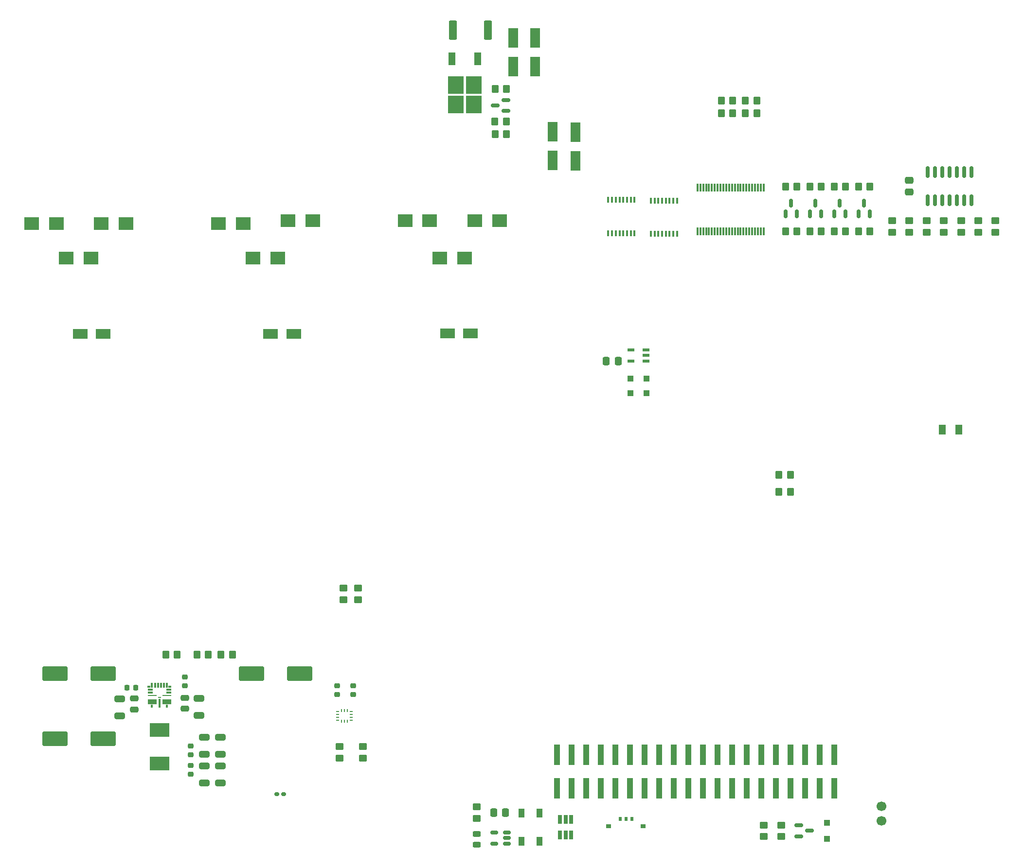
<source format=gbr>
%TF.GenerationSoftware,KiCad,Pcbnew,7.0.11+1*%
%TF.CreationDate,2024-04-25T18:59:41+00:00*%
%TF.ProjectId,OpenMowerMainboard,4f70656e-4d6f-4776-9572-4d61696e626f,rev?*%
%TF.SameCoordinates,Original*%
%TF.FileFunction,Paste,Top*%
%TF.FilePolarity,Positive*%
%FSLAX46Y46*%
G04 Gerber Fmt 4.6, Leading zero omitted, Abs format (unit mm)*
G04 Created by KiCad (PCBNEW 7.0.11+1) date 2024-04-25 18:59:41*
%MOMM*%
%LPD*%
G01*
G04 APERTURE LIST*
G04 Aperture macros list*
%AMRoundRect*
0 Rectangle with rounded corners*
0 $1 Rounding radius*
0 $2 $3 $4 $5 $6 $7 $8 $9 X,Y pos of 4 corners*
0 Add a 4 corners polygon primitive as box body*
4,1,4,$2,$3,$4,$5,$6,$7,$8,$9,$2,$3,0*
0 Add four circle primitives for the rounded corners*
1,1,$1+$1,$2,$3*
1,1,$1+$1,$4,$5*
1,1,$1+$1,$6,$7*
1,1,$1+$1,$8,$9*
0 Add four rect primitives between the rounded corners*
20,1,$1+$1,$2,$3,$4,$5,0*
20,1,$1+$1,$4,$5,$6,$7,0*
20,1,$1+$1,$6,$7,$8,$9,0*
20,1,$1+$1,$8,$9,$2,$3,0*%
G04 Aperture macros list end*
%ADD10R,1.800000X3.500000*%
%ADD11R,0.400000X1.000000*%
%ADD12RoundRect,0.250000X-0.450000X0.350000X-0.450000X-0.350000X0.450000X-0.350000X0.450000X0.350000X0*%
%ADD13RoundRect,0.225000X-0.250000X0.225000X-0.250000X-0.225000X0.250000X-0.225000X0.250000X0.225000X0*%
%ADD14RoundRect,0.150000X-0.587500X-0.150000X0.587500X-0.150000X0.587500X0.150000X-0.587500X0.150000X0*%
%ADD15RoundRect,0.250000X0.350000X0.450000X-0.350000X0.450000X-0.350000X-0.450000X0.350000X-0.450000X0*%
%ADD16RoundRect,0.250000X-0.350000X-0.450000X0.350000X-0.450000X0.350000X0.450000X-0.350000X0.450000X0*%
%ADD17R,0.475000X0.250000*%
%ADD18R,0.250000X0.475000*%
%ADD19RoundRect,0.250000X-0.337500X-0.475000X0.337500X-0.475000X0.337500X0.475000X-0.337500X0.475000X0*%
%ADD20RoundRect,0.243750X-0.456250X0.243750X-0.456250X-0.243750X0.456250X-0.243750X0.456250X0.243750X0*%
%ADD21RoundRect,0.250000X0.450000X-0.350000X0.450000X0.350000X-0.450000X0.350000X-0.450000X-0.350000X0*%
%ADD22RoundRect,0.150000X0.512500X0.150000X-0.512500X0.150000X-0.512500X-0.150000X0.512500X-0.150000X0*%
%ADD23RoundRect,0.250000X1.950000X1.000000X-1.950000X1.000000X-1.950000X-1.000000X1.950000X-1.000000X0*%
%ADD24RoundRect,0.225000X0.250000X-0.225000X0.250000X0.225000X-0.250000X0.225000X-0.250000X-0.225000X0*%
%ADD25R,1.100000X1.100000*%
%ADD26RoundRect,0.250000X0.650000X-0.325000X0.650000X0.325000X-0.650000X0.325000X-0.650000X-0.325000X0*%
%ADD27R,2.500000X2.300000*%
%ADD28R,3.429000X2.413000*%
%ADD29R,2.500000X1.800000*%
%ADD30RoundRect,0.250000X-0.475000X0.337500X-0.475000X-0.337500X0.475000X-0.337500X0.475000X0.337500X0*%
%ADD31RoundRect,0.150000X0.150000X-0.587500X0.150000X0.587500X-0.150000X0.587500X-0.150000X-0.587500X0*%
%ADD32R,1.020000X3.600000*%
%ADD33RoundRect,0.250000X-0.650000X0.325000X-0.650000X-0.325000X0.650000X-0.325000X0.650000X0.325000X0*%
%ADD34R,0.650000X1.560000*%
%ADD35R,1.190000X1.730000*%
%ADD36RoundRect,0.250000X-1.950000X-1.000000X1.950000X-1.000000X1.950000X1.000000X-1.950000X1.000000X0*%
%ADD37R,0.300000X1.425000*%
%ADD38R,1.150000X0.600000*%
%ADD39RoundRect,0.225000X0.225000X0.250000X-0.225000X0.250000X-0.225000X-0.250000X0.225000X-0.250000X0*%
%ADD40R,0.600000X0.700000*%
%ADD41R,0.900000X0.700000*%
%ADD42RoundRect,0.250000X-0.475000X0.250000X-0.475000X-0.250000X0.475000X-0.250000X0.475000X0.250000X0*%
%ADD43R,2.750000X3.050000*%
%ADD44R,1.200000X2.200000*%
%ADD45R,1.000000X1.500000*%
%ADD46RoundRect,0.160000X0.222500X0.160000X-0.222500X0.160000X-0.222500X-0.160000X0.222500X-0.160000X0*%
%ADD47C,1.700000*%
%ADD48RoundRect,0.250000X0.337500X0.475000X-0.337500X0.475000X-0.337500X-0.475000X0.337500X-0.475000X0*%
%ADD49R,0.875000X0.300000*%
%ADD50R,1.525000X0.250000*%
%ADD51R,1.525000X0.950000*%
%ADD52R,0.450000X0.600000*%
%ADD53R,0.300000X1.650000*%
%ADD54R,0.450000X0.875000*%
%ADD55R,0.300000X0.875000*%
%ADD56R,0.500000X0.350000*%
%ADD57R,0.600000X0.250000*%
%ADD58RoundRect,0.249999X0.450001X1.425001X-0.450001X1.425001X-0.450001X-1.425001X0.450001X-1.425001X0*%
%ADD59RoundRect,0.150000X0.150000X-0.825000X0.150000X0.825000X-0.150000X0.825000X-0.150000X-0.825000X0*%
%ADD60RoundRect,0.150000X0.587500X0.150000X-0.587500X0.150000X-0.587500X-0.150000X0.587500X-0.150000X0*%
G04 APERTURE END LIST*
D10*
%TO.C,D15*%
X123250000Y-67300000D03*
X123250000Y-62300000D03*
%TD*%
D11*
%TO.C,U9*%
X128925000Y-79900000D03*
X129575000Y-79900000D03*
X130225000Y-79900000D03*
X130875000Y-79900000D03*
X131525000Y-79900000D03*
X132175000Y-79900000D03*
X132825000Y-79900000D03*
X133475000Y-79900000D03*
X133475000Y-74100000D03*
X132825000Y-74100000D03*
X132175000Y-74100000D03*
X131525000Y-74100000D03*
X130875000Y-74100000D03*
X130225000Y-74100000D03*
X129575000Y-74100000D03*
X128925000Y-74100000D03*
%TD*%
D12*
%TO.C,R5*%
X159000000Y-183000000D03*
X159000000Y-185000000D03*
%TD*%
D13*
%TO.C,C19*%
X56200000Y-172625000D03*
X56200000Y-174175000D03*
%TD*%
D14*
%TO.C,Q3*%
X162062500Y-183050000D03*
X162062500Y-184950000D03*
X163937500Y-184000000D03*
%TD*%
D15*
%TO.C,R41*%
X154800000Y-56800000D03*
X152800000Y-56800000D03*
%TD*%
D16*
%TO.C,R26*%
X109220000Y-62650000D03*
X111220000Y-62650000D03*
%TD*%
D17*
%TO.C,AC1201*%
X84162500Y-164750000D03*
X84162500Y-164250000D03*
X84162500Y-163750000D03*
X84162500Y-163250000D03*
D18*
X83500000Y-163087500D03*
X83000000Y-163087500D03*
X82500000Y-163087500D03*
D17*
X81837500Y-163250000D03*
X81837500Y-163750000D03*
X81837500Y-164250000D03*
X81837500Y-164750000D03*
D18*
X82500000Y-164912500D03*
X83000000Y-164912500D03*
X83500000Y-164912500D03*
%TD*%
D19*
%TO.C,C25*%
X108962500Y-180800000D03*
X111037500Y-180800000D03*
%TD*%
D20*
%TO.C,D23*%
X106000000Y-184522500D03*
X106000000Y-186397500D03*
%TD*%
D21*
%TO.C,R14*%
X86223200Y-171352000D03*
X86223200Y-169352000D03*
%TD*%
D22*
%TO.C,U7*%
X111307500Y-186220000D03*
X111307500Y-185270000D03*
X111307500Y-184320000D03*
X109032500Y-184320000D03*
X109032500Y-186220000D03*
%TD*%
D23*
%TO.C,C10*%
X41000000Y-168000000D03*
X32600000Y-168000000D03*
%TD*%
D15*
%TO.C,R40*%
X150600000Y-56800000D03*
X148600000Y-56800000D03*
%TD*%
D24*
%TO.C,C24*%
X81750000Y-160275000D03*
X81750000Y-158725000D03*
%TD*%
D21*
%TO.C,R50*%
X196320000Y-79720000D03*
X196320000Y-77720000D03*
%TD*%
D15*
%TO.C,R43*%
X154800000Y-59000000D03*
X152800000Y-59000000D03*
%TD*%
D12*
%TO.C,R13*%
X85344000Y-141748000D03*
X85344000Y-143748000D03*
%TD*%
D25*
%TO.C,D14*%
X132800000Y-107800000D03*
X135600000Y-107800000D03*
%TD*%
D16*
%TO.C,R15*%
X168216666Y-79600000D03*
X170216666Y-79600000D03*
%TD*%
D12*
%TO.C,R48*%
X193320000Y-77720000D03*
X193320000Y-79720000D03*
%TD*%
D23*
%TO.C,C9*%
X41000000Y-156600000D03*
X32600000Y-156600000D03*
%TD*%
D24*
%TO.C,C18*%
X56200000Y-170775000D03*
X56200000Y-169225000D03*
%TD*%
D26*
%TO.C,C16*%
X58600000Y-170675000D03*
X58600000Y-167725000D03*
%TD*%
D27*
%TO.C,D7*%
X73175000Y-77750000D03*
X77475000Y-77750000D03*
%TD*%
D28*
%TO.C,L1*%
X50800000Y-166479000D03*
X50800000Y-172321000D03*
%TD*%
D29*
%TO.C,D19*%
X70150000Y-97400000D03*
X74150000Y-97400000D03*
%TD*%
D27*
%TO.C,D5*%
X28545000Y-78250000D03*
X32845000Y-78250000D03*
%TD*%
%TO.C,D9*%
X67100000Y-84250000D03*
X71400000Y-84250000D03*
%TD*%
D15*
%TO.C,R11*%
X59300000Y-153300000D03*
X57300000Y-153300000D03*
%TD*%
D21*
%TO.C,R7*%
X82854800Y-143748000D03*
X82854800Y-141748000D03*
%TD*%
D25*
%TO.C,D13*%
X135600000Y-105200000D03*
X132800000Y-105200000D03*
%TD*%
D21*
%TO.C,R44*%
X187320000Y-79720000D03*
X187320000Y-77720000D03*
%TD*%
D15*
%TO.C,R12*%
X63500000Y-153300000D03*
X61500000Y-153300000D03*
%TD*%
D11*
%TO.C,U10*%
X136325000Y-80000000D03*
X136975000Y-80000000D03*
X137625000Y-80000000D03*
X138275000Y-80000000D03*
X138925000Y-80000000D03*
X139575000Y-80000000D03*
X140225000Y-80000000D03*
X140875000Y-80000000D03*
X140875000Y-74200000D03*
X140225000Y-74200000D03*
X139575000Y-74200000D03*
X138925000Y-74200000D03*
X138275000Y-74200000D03*
X137625000Y-74200000D03*
X136975000Y-74200000D03*
X136325000Y-74200000D03*
%TD*%
D29*
%TO.C,D20*%
X100950000Y-97350000D03*
X104950000Y-97350000D03*
%TD*%
D30*
%TO.C,C5*%
X181320000Y-70682500D03*
X181320000Y-72757500D03*
%TD*%
D31*
%TO.C,Q16*%
X172499999Y-76537500D03*
X174399999Y-76537500D03*
X173449999Y-74662500D03*
%TD*%
D32*
%TO.C,J21*%
X119970000Y-170800000D03*
X119970000Y-176600000D03*
X122510000Y-170800000D03*
X122510000Y-176600000D03*
X125050000Y-170800000D03*
X125050000Y-176600000D03*
X127590000Y-170800000D03*
X127590000Y-176600000D03*
X130130000Y-170800000D03*
X130130000Y-176600000D03*
X132670000Y-170800000D03*
X132670000Y-176600000D03*
X135210000Y-170800000D03*
X135210000Y-176600000D03*
X137750000Y-170800000D03*
X137750000Y-176600000D03*
X140290000Y-170800000D03*
X140290000Y-176600000D03*
X142830000Y-170800000D03*
X142830000Y-176600000D03*
X145370000Y-170800000D03*
X145370000Y-176600000D03*
X147910000Y-170800000D03*
X147910000Y-176600000D03*
X150450000Y-170800000D03*
X150450000Y-176600000D03*
X152990000Y-170800000D03*
X152990000Y-176600000D03*
X155530000Y-170800000D03*
X155530000Y-176600000D03*
X158070000Y-170800000D03*
X158070000Y-176600000D03*
X160610000Y-170800000D03*
X160610000Y-176600000D03*
X163150000Y-170800000D03*
X163150000Y-176600000D03*
X165690000Y-170800000D03*
X165690000Y-176600000D03*
X168230000Y-170800000D03*
X168230000Y-176600000D03*
%TD*%
D12*
%TO.C,R46*%
X181320000Y-77720000D03*
X181320000Y-79720000D03*
%TD*%
D16*
%TO.C,R2*%
X158600000Y-122030000D03*
X160600000Y-122030000D03*
%TD*%
%TO.C,R9*%
X163983333Y-79600000D03*
X165983333Y-79600000D03*
%TD*%
%TO.C,R10*%
X163983333Y-71800000D03*
X165983333Y-71800000D03*
%TD*%
%TO.C,R19*%
X172449999Y-79600000D03*
X174449999Y-79600000D03*
%TD*%
D33*
%TO.C,C20*%
X61400000Y-172725000D03*
X61400000Y-175675000D03*
%TD*%
D27*
%TO.C,D10*%
X105675000Y-77750000D03*
X109975000Y-77750000D03*
%TD*%
D34*
%TO.C,U3*%
X122430000Y-182060000D03*
X121480000Y-182060000D03*
X120530000Y-182060000D03*
X120530000Y-184760000D03*
X121480000Y-184760000D03*
X122430000Y-184760000D03*
%TD*%
D12*
%TO.C,R18*%
X106000000Y-179840000D03*
X106000000Y-181840000D03*
%TD*%
D15*
%TO.C,R42*%
X150600000Y-59000000D03*
X148600000Y-59000000D03*
%TD*%
D12*
%TO.C,R49*%
X190320000Y-77720000D03*
X190320000Y-79720000D03*
%TD*%
D16*
%TO.C,R16*%
X168216666Y-71800000D03*
X170216666Y-71800000D03*
%TD*%
D33*
%TO.C,C11*%
X57700000Y-160925000D03*
X57700000Y-163875000D03*
%TD*%
D35*
%TO.C,F1*%
X187068800Y-114096800D03*
X189968800Y-114096800D03*
%TD*%
D26*
%TO.C,C22*%
X61400000Y-170675000D03*
X61400000Y-167725000D03*
%TD*%
D36*
%TO.C,C23*%
X66800000Y-156600000D03*
X75200000Y-156600000D03*
%TD*%
D24*
%TO.C,C17*%
X55200000Y-158775000D03*
X55200000Y-157225000D03*
%TD*%
D16*
%TO.C,R27*%
X109170000Y-60450000D03*
X111170000Y-60450000D03*
%TD*%
D21*
%TO.C,R4*%
X156000000Y-185000000D03*
X156000000Y-183000000D03*
%TD*%
D37*
%TO.C,IC1*%
X155950000Y-71988000D03*
X155450000Y-71988000D03*
X154950000Y-71988000D03*
X154450000Y-71988000D03*
X153950000Y-71988000D03*
X153450000Y-71988000D03*
X152950000Y-71988000D03*
X152450000Y-71988000D03*
X151950000Y-71988000D03*
X151450000Y-71988000D03*
X150950000Y-71988000D03*
X150450000Y-71988000D03*
X149950000Y-71988000D03*
X149450000Y-71988000D03*
X148950000Y-71988000D03*
X148450000Y-71988000D03*
X147950000Y-71988000D03*
X147450000Y-71988000D03*
X146950000Y-71988000D03*
X146450000Y-71988000D03*
X145950000Y-71988000D03*
X145450000Y-71988000D03*
X144950000Y-71988000D03*
X144450000Y-71988000D03*
X144450000Y-79612000D03*
X144950000Y-79612000D03*
X145450000Y-79612000D03*
X145950000Y-79612000D03*
X146450000Y-79612000D03*
X146950000Y-79612000D03*
X147450000Y-79612000D03*
X147950000Y-79612000D03*
X148450000Y-79612000D03*
X148950000Y-79612000D03*
X149450000Y-79612000D03*
X149950000Y-79612000D03*
X150450000Y-79612000D03*
X150950000Y-79612000D03*
X151450000Y-79612000D03*
X151950000Y-79612000D03*
X152450000Y-79612000D03*
X152950000Y-79612000D03*
X153450000Y-79612000D03*
X153950000Y-79612000D03*
X154450000Y-79612000D03*
X154950000Y-79612000D03*
X155450000Y-79612000D03*
X155950000Y-79612000D03*
%TD*%
D38*
%TO.C,IC2*%
X135500000Y-102150000D03*
X135500000Y-101200000D03*
X135500000Y-100250000D03*
X132900000Y-100250000D03*
X132900000Y-102150000D03*
%TD*%
D39*
%TO.C,C15*%
X46675000Y-159100000D03*
X45125000Y-159100000D03*
%TD*%
D31*
%TO.C,Q13*%
X159800000Y-76537500D03*
X161700000Y-76537500D03*
X160750000Y-74662500D03*
%TD*%
D27*
%TO.C,D11*%
X93545000Y-77750000D03*
X97845000Y-77750000D03*
%TD*%
D21*
%TO.C,R17*%
X82159200Y-171352000D03*
X82159200Y-169352000D03*
%TD*%
D16*
%TO.C,R20*%
X172449999Y-71800000D03*
X174449999Y-71800000D03*
%TD*%
D27*
%TO.C,D4*%
X40675000Y-78250000D03*
X44975000Y-78250000D03*
%TD*%
D31*
%TO.C,Q15*%
X168266666Y-76537500D03*
X170166666Y-76537500D03*
X169216666Y-74662500D03*
%TD*%
D40*
%TO.C,SW1*%
X131000000Y-181907500D03*
X133000000Y-181907500D03*
D41*
X135000000Y-183167500D03*
X129000000Y-183167500D03*
D40*
X132000000Y-181907500D03*
%TD*%
D42*
%TO.C,C14*%
X55200000Y-160850000D03*
X55200000Y-162750000D03*
%TD*%
D27*
%TO.C,D12*%
X99600000Y-84250000D03*
X103900000Y-84250000D03*
%TD*%
D29*
%TO.C,D18*%
X37000000Y-97400000D03*
X41000000Y-97400000D03*
%TD*%
D27*
%TO.C,D6*%
X34600000Y-84250000D03*
X38900000Y-84250000D03*
%TD*%
D43*
%TO.C,Q6*%
X105475000Y-54105000D03*
X102425000Y-54105000D03*
X105475000Y-57455000D03*
X102425000Y-57455000D03*
D44*
X106230000Y-49480000D03*
X101670000Y-49480000D03*
%TD*%
D16*
%TO.C,R8*%
X51900000Y-153300000D03*
X53900000Y-153300000D03*
%TD*%
D45*
%TO.C,D25*%
X113785000Y-185805000D03*
X116985000Y-185805000D03*
X116985000Y-180905000D03*
X113785000Y-180905000D03*
%TD*%
D46*
%TO.C,D17*%
X72372500Y-177600000D03*
X71227500Y-177600000D03*
%TD*%
D47*
%TO.C,SW2*%
X176479200Y-182270400D03*
X176479200Y-179730400D03*
%TD*%
D16*
%TO.C,R3*%
X159750000Y-79600000D03*
X161750000Y-79600000D03*
%TD*%
D15*
%TO.C,R28*%
X111230000Y-54750000D03*
X109230000Y-54750000D03*
%TD*%
D24*
%TO.C,C26*%
X84500000Y-160275000D03*
X84500000Y-158725000D03*
%TD*%
D10*
%TO.C,D2*%
X112400000Y-45900000D03*
X112400000Y-50900000D03*
%TD*%
D48*
%TO.C,C1*%
X130637500Y-102200000D03*
X128562500Y-102200000D03*
%TD*%
D49*
%TO.C,IC3*%
X49188000Y-159450000D03*
X49188000Y-159950000D03*
D50*
X49513000Y-160450000D03*
D51*
X49513000Y-161500000D03*
D52*
X49475000Y-162275000D03*
D53*
X50800000Y-161750000D03*
D52*
X52125000Y-162275000D03*
D51*
X52087000Y-161500000D03*
D50*
X52087000Y-160450000D03*
D49*
X52412000Y-159950000D03*
X52412000Y-159450000D03*
D54*
X52125000Y-158663000D03*
D55*
X51550000Y-158663000D03*
X51050000Y-158663000D03*
X50550000Y-158663000D03*
X50050000Y-158663000D03*
D54*
X49475000Y-158663000D03*
D56*
X49000000Y-158925000D03*
D57*
X50800000Y-160800000D03*
D56*
X52600000Y-158925000D03*
%TD*%
D27*
%TO.C,D8*%
X61045000Y-78250000D03*
X65345000Y-78250000D03*
%TD*%
D33*
%TO.C,C21*%
X58600000Y-172725000D03*
X58600000Y-175675000D03*
%TD*%
%TO.C,C12*%
X43900000Y-161025000D03*
X43900000Y-163975000D03*
%TD*%
D58*
%TO.C,R51*%
X107950000Y-44500000D03*
X101850000Y-44500000D03*
%TD*%
D59*
%TO.C,U2*%
X184510000Y-74195000D03*
X185780000Y-74195000D03*
X187050000Y-74195000D03*
X188320000Y-74195000D03*
X189590000Y-74195000D03*
X190860000Y-74195000D03*
X192130000Y-74195000D03*
X192130000Y-69245000D03*
X190860000Y-69245000D03*
X189590000Y-69245000D03*
X188320000Y-69245000D03*
X187050000Y-69245000D03*
X185780000Y-69245000D03*
X184510000Y-69245000D03*
%TD*%
D12*
%TO.C,R47*%
X184320000Y-77720000D03*
X184320000Y-79720000D03*
%TD*%
D42*
%TO.C,C13*%
X46400000Y-160950000D03*
X46400000Y-162850000D03*
%TD*%
D31*
%TO.C,Q14*%
X164033333Y-76537500D03*
X165933333Y-76537500D03*
X164983333Y-74662500D03*
%TD*%
D16*
%TO.C,R1*%
X158600000Y-124980000D03*
X160600000Y-124980000D03*
%TD*%
%TO.C,R6*%
X159750000Y-71800000D03*
X161750000Y-71800000D03*
%TD*%
D25*
%TO.C,D1*%
X167000000Y-182600000D03*
X167000000Y-185400000D03*
%TD*%
D10*
%TO.C,D3*%
X116200000Y-50900000D03*
X116200000Y-45900000D03*
%TD*%
%TO.C,D16*%
X119200000Y-67250000D03*
X119200000Y-62250000D03*
%TD*%
D60*
%TO.C,Q5*%
X111097500Y-58600000D03*
X111097500Y-56700000D03*
X109222500Y-57650000D03*
%TD*%
D12*
%TO.C,R45*%
X178320000Y-77720000D03*
X178320000Y-79720000D03*
%TD*%
M02*

</source>
